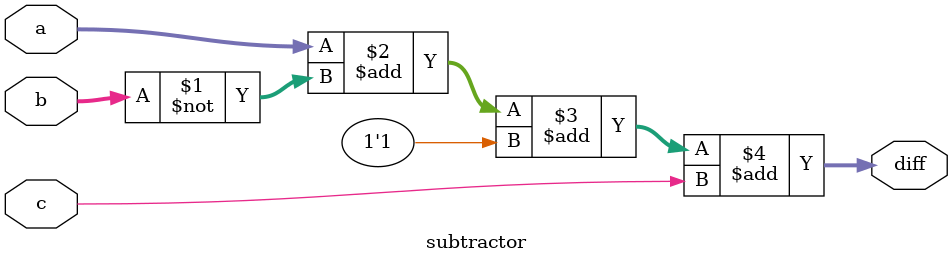
<source format=v>
`timescale 1ns / 1ps


module subtractor(a,b,c,diff );
input [3:0]a,b;
input c;
output [3:0]diff;

assign diff=a + (~b) +1'b1+c;

endmodule

</source>
